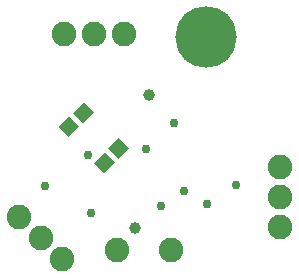
<source format=gbr>
G04 EAGLE Gerber RS-274X export*
G75*
%MOMM*%
%FSLAX34Y34*%
%LPD*%
%INSoldermask Bottom*%
%IPPOS*%
%AMOC8*
5,1,8,0,0,1.08239X$1,22.5*%
G01*
G04 Define Apertures*
%ADD10C,5.203200*%
%ADD11C,2.082800*%
%ADD12R,1.303200X1.203200*%
%ADD13C,0.753200*%
%ADD14C,1.003200*%
D10*
X175000Y205000D03*
D11*
X145000Y25000D03*
X100000Y25000D03*
X54600Y207500D03*
X80000Y207500D03*
X105400Y207500D03*
X237500Y95400D03*
X237500Y70000D03*
X237500Y44600D03*
D12*
G36*
X67851Y129343D02*
X58637Y120129D01*
X50129Y128637D01*
X59343Y137851D01*
X67851Y129343D01*
G37*
G36*
X79871Y141363D02*
X70657Y132149D01*
X62149Y140657D01*
X71363Y149871D01*
X79871Y141363D01*
G37*
G36*
X97851Y99343D02*
X88637Y90129D01*
X80129Y98637D01*
X89343Y107851D01*
X97851Y99343D01*
G37*
G36*
X109871Y111363D02*
X100657Y102149D01*
X92149Y110657D01*
X101363Y119871D01*
X109871Y111363D01*
G37*
D11*
X52961Y17039D03*
X35000Y35000D03*
X17039Y52961D03*
D13*
X137000Y62000D03*
X75000Y105000D03*
D14*
X127000Y156000D03*
X115000Y43000D03*
D13*
X78000Y56000D03*
X200000Y80000D03*
X156000Y75000D03*
X176000Y64000D03*
X124000Y110000D03*
X39000Y79000D03*
X148000Y132000D03*
M02*

</source>
